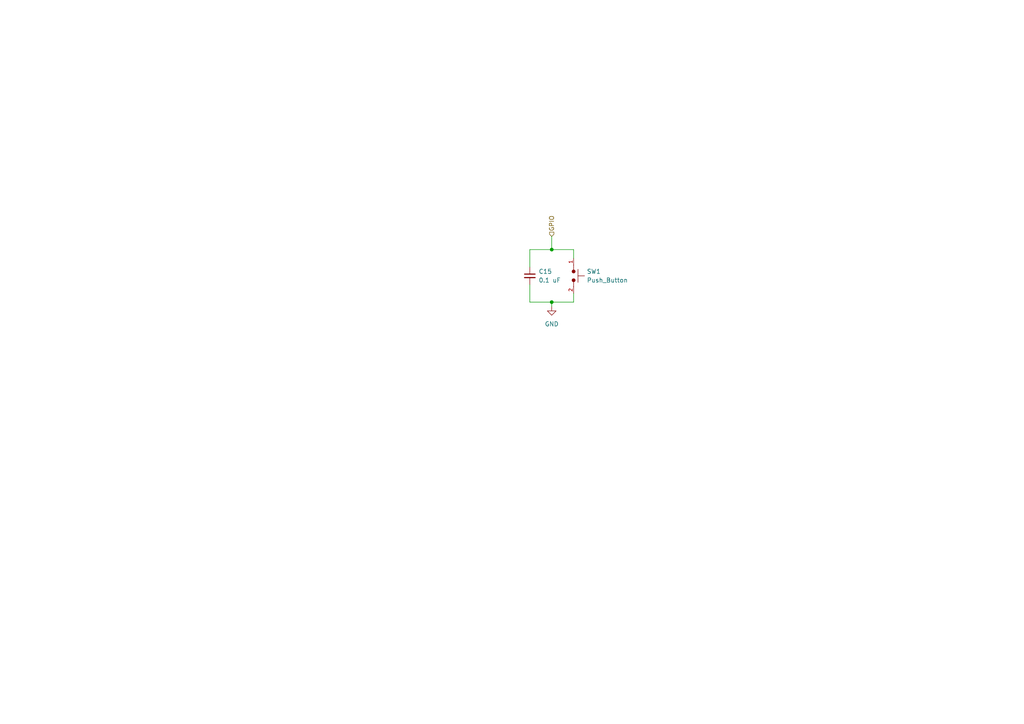
<source format=kicad_sch>
(kicad_sch (version 20230121) (generator eeschema)

  (uuid 91ddd5fd-ed4a-4a3f-ba4e-143f6c4541e0)

  (paper "A4")

  (lib_symbols
    (symbol "Device:C_Small" (pin_numbers hide) (pin_names (offset 0.254) hide) (in_bom yes) (on_board yes)
      (property "Reference" "C" (at 0.254 1.778 0)
        (effects (font (size 1.27 1.27)) (justify left))
      )
      (property "Value" "C_Small" (at 0.254 -2.032 0)
        (effects (font (size 1.27 1.27)) (justify left))
      )
      (property "Footprint" "" (at 0 0 0)
        (effects (font (size 1.27 1.27)) hide)
      )
      (property "Datasheet" "~" (at 0 0 0)
        (effects (font (size 1.27 1.27)) hide)
      )
      (property "ki_keywords" "capacitor cap" (at 0 0 0)
        (effects (font (size 1.27 1.27)) hide)
      )
      (property "ki_description" "Unpolarized capacitor, small symbol" (at 0 0 0)
        (effects (font (size 1.27 1.27)) hide)
      )
      (property "ki_fp_filters" "C_*" (at 0 0 0)
        (effects (font (size 1.27 1.27)) hide)
      )
      (symbol "C_Small_0_1"
        (polyline
          (pts
            (xy -1.524 -0.508)
            (xy 1.524 -0.508)
          )
          (stroke (width 0.3302) (type default))
          (fill (type none))
        )
        (polyline
          (pts
            (xy -1.524 0.508)
            (xy 1.524 0.508)
          )
          (stroke (width 0.3048) (type default))
          (fill (type none))
        )
      )
      (symbol "C_Small_1_1"
        (pin passive line (at 0 2.54 270) (length 2.032)
          (name "~" (effects (font (size 1.27 1.27))))
          (number "1" (effects (font (size 1.27 1.27))))
        )
        (pin passive line (at 0 -2.54 90) (length 2.032)
          (name "~" (effects (font (size 1.27 1.27))))
          (number "2" (effects (font (size 1.27 1.27))))
        )
      )
    )
    (symbol "PCM_SL_Devices:Push_Button" (in_bom yes) (on_board yes)
      (property "Reference" "SW" (at 0 6.35 0)
        (effects (font (size 1.27 1.27)))
      )
      (property "Value" "Push_Button" (at 0 4.445 0)
        (effects (font (size 1.27 1.27)))
      )
      (property "Footprint" "Button_Switch_THT:SW_PUSH_6mm" (at -0.127 -3.175 0)
        (effects (font (size 1.27 1.27)) hide)
      )
      (property "Datasheet" "" (at 0 0 0)
        (effects (font (size 1.27 1.27)) hide)
      )
      (property "ki_keywords" "Switch" (at 0 0 0)
        (effects (font (size 1.27 1.27)) hide)
      )
      (property "ki_description" "Common 6mmx6mm Push Button" (at 0 0 0)
        (effects (font (size 1.27 1.27)) hide)
      )
      (symbol "Push_Button_0_1"
        (circle (center -1.27 0) (radius 0.4579)
          (stroke (width 0) (type default))
          (fill (type outline))
        )
        (polyline
          (pts
            (xy -3.175 0)
            (xy -1.778 0)
          )
          (stroke (width 0) (type default))
          (fill (type none))
        )
        (polyline
          (pts
            (xy -1.905 1.27)
            (xy 1.905 1.27)
          )
          (stroke (width 0) (type default))
          (fill (type none))
        )
        (polyline
          (pts
            (xy 0 1.27)
            (xy 0 3.175)
          )
          (stroke (width 0) (type default))
          (fill (type none))
        )
        (polyline
          (pts
            (xy 1.778 0)
            (xy 3.175 0)
          )
          (stroke (width 0) (type default))
          (fill (type none))
        )
        (circle (center 1.27 0) (radius 0.4579)
          (stroke (width 0) (type default))
          (fill (type outline))
        )
      )
      (symbol "Push_Button_1_1"
        (pin passive line (at -5.08 0 0) (length 2)
          (name "" (effects (font (size 1.27 1.27))))
          (number "1" (effects (font (size 1 1))))
        )
        (pin passive line (at 5.08 0 180) (length 2)
          (name "" (effects (font (size 1.27 1.27))))
          (number "2" (effects (font (size 1 1))))
        )
      )
    )
    (symbol "power:GND" (power) (pin_names (offset 0)) (in_bom yes) (on_board yes)
      (property "Reference" "#PWR" (at 0 -6.35 0)
        (effects (font (size 1.27 1.27)) hide)
      )
      (property "Value" "GND" (at 0 -3.81 0)
        (effects (font (size 1.27 1.27)))
      )
      (property "Footprint" "" (at 0 0 0)
        (effects (font (size 1.27 1.27)) hide)
      )
      (property "Datasheet" "" (at 0 0 0)
        (effects (font (size 1.27 1.27)) hide)
      )
      (property "ki_keywords" "global power" (at 0 0 0)
        (effects (font (size 1.27 1.27)) hide)
      )
      (property "ki_description" "Power symbol creates a global label with name \"GND\" , ground" (at 0 0 0)
        (effects (font (size 1.27 1.27)) hide)
      )
      (symbol "GND_0_1"
        (polyline
          (pts
            (xy 0 0)
            (xy 0 -1.27)
            (xy 1.27 -1.27)
            (xy 0 -2.54)
            (xy -1.27 -1.27)
            (xy 0 -1.27)
          )
          (stroke (width 0) (type default))
          (fill (type none))
        )
      )
      (symbol "GND_1_1"
        (pin power_in line (at 0 0 270) (length 0) hide
          (name "GND" (effects (font (size 1.27 1.27))))
          (number "1" (effects (font (size 1.27 1.27))))
        )
      )
    )
  )

  (junction (at 160.02 87.63) (diameter 0) (color 0 0 0 0)
    (uuid 0bd08ff6-dd59-45e7-9120-32b2c47fc1aa)
  )
  (junction (at 160.02 72.39) (diameter 0) (color 0 0 0 0)
    (uuid 3a8ee1bc-7f0a-47a4-833f-c6dbe70460fe)
  )

  (wire (pts (xy 160.02 68.58) (xy 160.02 72.39))
    (stroke (width 0) (type default))
    (uuid 1a64566f-7cb2-4512-9fc7-63f2f3c5f5e9)
  )
  (wire (pts (xy 153.67 87.63) (xy 160.02 87.63))
    (stroke (width 0) (type default))
    (uuid 20c98083-9f6d-47ff-b873-8cc4d237ad21)
  )
  (wire (pts (xy 153.67 72.39) (xy 153.67 77.47))
    (stroke (width 0) (type default))
    (uuid 30061eaf-a199-4a92-9b3d-3fb5571bac64)
  )
  (wire (pts (xy 166.37 72.39) (xy 166.37 74.93))
    (stroke (width 0) (type default))
    (uuid 3f17a0d5-3956-495d-8d5c-1bc47710c40a)
  )
  (wire (pts (xy 160.02 88.9) (xy 160.02 87.63))
    (stroke (width 0) (type default))
    (uuid 7a4d090a-37d7-43a8-9612-e552ec078600)
  )
  (wire (pts (xy 153.67 72.39) (xy 160.02 72.39))
    (stroke (width 0) (type default))
    (uuid a0d96001-0b43-44cc-820e-778013fa766b)
  )
  (wire (pts (xy 166.37 87.63) (xy 166.37 85.09))
    (stroke (width 0) (type default))
    (uuid a1723560-d1be-4aed-b32b-8d2719a618a3)
  )
  (wire (pts (xy 160.02 72.39) (xy 166.37 72.39))
    (stroke (width 0) (type default))
    (uuid b98c584c-5bac-4169-8aaf-f9fc2678d9c4)
  )
  (wire (pts (xy 160.02 87.63) (xy 166.37 87.63))
    (stroke (width 0) (type default))
    (uuid dc838f88-5f9d-48e7-88c8-a8ea319de71f)
  )
  (wire (pts (xy 153.67 87.63) (xy 153.67 82.55))
    (stroke (width 0) (type default))
    (uuid ff16890a-f7e1-4f75-afd3-8c17dcec60ad)
  )

  (hierarchical_label "GPIO" (shape input) (at 160.02 68.58 90) (fields_autoplaced)
    (effects (font (size 1.27 1.27)) (justify left))
    (uuid 14e6de8a-3fd4-4ec0-8c38-2089ae7aad0e)
  )

  (symbol (lib_id "PCM_SL_Devices:Push_Button") (at 166.37 80.01 270) (unit 1)
    (in_bom yes) (on_board yes) (dnp no) (fields_autoplaced)
    (uuid 428c1c30-bfe1-4b28-9b18-14957b249e26)
    (property "Reference" "SW1" (at 170.18 78.74 90)
      (effects (font (size 1.27 1.27)) (justify left))
    )
    (property "Value" "Push_Button" (at 170.18 81.28 90)
      (effects (font (size 1.27 1.27)) (justify left))
    )
    (property "Footprint" "Button_Switch_THT:SW_PUSH_6mm" (at 163.195 79.883 0)
      (effects (font (size 1.27 1.27)) hide)
    )
    (property "Datasheet" "" (at 166.37 80.01 0)
      (effects (font (size 1.27 1.27)) hide)
    )
    (pin "1" (uuid 9ecbd655-7d03-479d-8d75-82f370a93bde))
    (pin "2" (uuid 9315dd47-8d5d-40f3-ad6e-a8a56233a856))
    (instances
      (project "micromouse"
        (path "/77cbf270-6b61-4f1a-b1cd-1a823bc4a9d0"
          (reference "SW1") (unit 1)
        )
        (path "/77cbf270-6b61-4f1a-b1cd-1a823bc4a9d0/daba2f40-92d1-4b6c-9ee3-215d7fa7e5a6"
          (reference "SW1") (unit 1)
        )
      )
    )
  )

  (symbol (lib_id "Device:C_Small") (at 153.67 80.01 0) (unit 1)
    (in_bom yes) (on_board yes) (dnp no) (fields_autoplaced)
    (uuid 83cebddb-b67f-4c63-a25e-251657841df1)
    (property "Reference" "C15" (at 156.21 78.7463 0)
      (effects (font (size 1.27 1.27)) (justify left))
    )
    (property "Value" "0.1 uF" (at 156.21 81.2863 0)
      (effects (font (size 1.27 1.27)) (justify left))
    )
    (property "Footprint" "Capacitor_SMD:C_0805_2012Metric" (at 153.67 80.01 0)
      (effects (font (size 1.27 1.27)) hide)
    )
    (property "Datasheet" "~" (at 153.67 80.01 0)
      (effects (font (size 1.27 1.27)) hide)
    )
    (pin "1" (uuid b63c334b-aea1-4774-b31f-44dddd125de9))
    (pin "2" (uuid 6602e362-3975-4a42-a8fe-51f3e0d648bb))
    (instances
      (project "micromouse"
        (path "/77cbf270-6b61-4f1a-b1cd-1a823bc4a9d0"
          (reference "C15") (unit 1)
        )
        (path "/77cbf270-6b61-4f1a-b1cd-1a823bc4a9d0/daba2f40-92d1-4b6c-9ee3-215d7fa7e5a6"
          (reference "C23") (unit 1)
        )
      )
    )
  )

  (symbol (lib_id "power:GND") (at 160.02 88.9 0) (unit 1)
    (in_bom yes) (on_board yes) (dnp no) (fields_autoplaced)
    (uuid c86d902f-8494-455c-9d94-ec5f803158c5)
    (property "Reference" "#PWR021" (at 160.02 95.25 0)
      (effects (font (size 1.27 1.27)) hide)
    )
    (property "Value" "GND" (at 160.02 93.98 0)
      (effects (font (size 1.27 1.27)))
    )
    (property "Footprint" "" (at 160.02 88.9 0)
      (effects (font (size 1.27 1.27)) hide)
    )
    (property "Datasheet" "" (at 160.02 88.9 0)
      (effects (font (size 1.27 1.27)) hide)
    )
    (pin "1" (uuid 2408b8f0-9e05-49ce-ad9f-ab6b33fd9810))
    (instances
      (project "micromouse"
        (path "/77cbf270-6b61-4f1a-b1cd-1a823bc4a9d0"
          (reference "#PWR021") (unit 1)
        )
        (path "/77cbf270-6b61-4f1a-b1cd-1a823bc4a9d0/daba2f40-92d1-4b6c-9ee3-215d7fa7e5a6"
          (reference "#PWR05") (unit 1)
        )
      )
    )
  )
)

</source>
